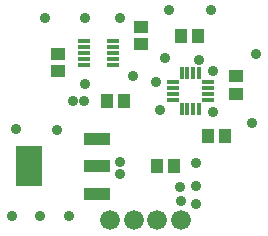
<source format=gts>
%FSLAX23Y23*%
%MOIN*%
G04 EasyPC Gerber Version 16.0.6 Build 3249 *
%ADD126R,0.01781X0.04340*%
%ADD108R,0.04340X0.04931*%
%ADD125R,0.09065X0.13395*%
%ADD122C,0.03600*%
%ADD73C,0.06600*%
%ADD123R,0.03848X0.01781*%
%ADD127R,0.04340X0.01781*%
%ADD109R,0.04931X0.04340*%
%ADD124R,0.09065X0.04340*%
X0Y0D02*
D02*
D73*
X472Y133D03*
X551D03*
X630D03*
X709D03*
D02*
D108*
X463Y531D03*
X520D03*
X629Y314D03*
X686D03*
X709Y749D03*
X766D03*
X799Y414D03*
X856D03*
D02*
D109*
X299Y632D03*
Y689D03*
X576Y721D03*
Y778D03*
X891Y556D03*
Y613D03*
D02*
D122*
X145Y147D03*
X160Y438D03*
X240Y147D03*
X255Y808D03*
X295Y433D03*
X335Y147D03*
X350Y532D03*
X385D03*
X390Y588D03*
Y808D03*
X505Y288D03*
Y328D03*
Y808D03*
X550Y613D03*
X625Y593D03*
X640Y502D03*
X655Y673D03*
X670Y833D03*
X705Y243D03*
X710Y198D03*
X760Y188D03*
Y248D03*
Y323D03*
X770Y668D03*
X810Y833D03*
X815Y493D03*
Y632D03*
X945Y458D03*
X960Y688D03*
D02*
D123*
X386Y651D03*
Y671D03*
Y690D03*
Y710D03*
Y730D03*
X484Y651D03*
Y671D03*
Y690D03*
Y710D03*
Y730D03*
D02*
D124*
X430Y222D03*
Y313D03*
Y403D03*
D02*
D125*
X202Y313D03*
D02*
D126*
X711Y505D03*
Y623D03*
X730Y505D03*
Y623D03*
X750Y505D03*
Y623D03*
X770Y505D03*
Y623D03*
D02*
D127*
X681Y535D03*
Y554D03*
Y574D03*
Y594D03*
X799Y535D03*
Y554D03*
Y574D03*
Y594D03*
X0Y0D02*
M02*

</source>
